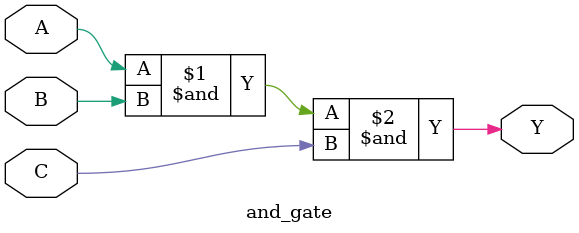
<source format=v>
module and_gate (
    input A,
    input B,
    input C,
    output Y
);

    assign Y = A & B & C;

endmodule
</source>
